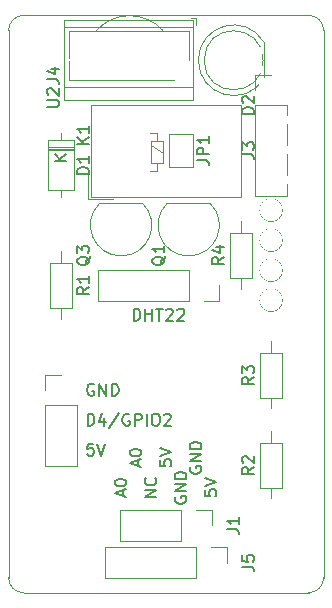
<source format=gbr>
%TF.GenerationSoftware,KiCad,Pcbnew,5.1.5+dfsg1-2~bpo10+1*%
%TF.CreationDate,2020-10-04T09:46:05+00:00*%
%TF.ProjectId,PIS,5049532e-6b69-4636-9164-5f7063625858,rev?*%
%TF.SameCoordinates,Original*%
%TF.FileFunction,Legend,Top*%
%TF.FilePolarity,Positive*%
%FSLAX45Y45*%
G04 Gerber Fmt 4.5, Leading zero omitted, Abs format (unit mm)*
G04 Created by KiCad (PCBNEW 5.1.5+dfsg1-2~bpo10+1) date 2020-10-04 09:46:05*
%MOMM*%
%LPD*%
G04 APERTURE LIST*
%ADD10C,0.150000*%
%ADD11C,0.120000*%
%ADD12R,1.900000X1.400000*%
%ADD13C,2.500000*%
%ADD14R,2.500000X2.500000*%
%ADD15C,1.800000*%
%ADD16O,2.100000X2.100000*%
%ADD17R,2.100000X2.100000*%
%ADD18O,1.400000X1.400000*%
%ADD19R,1.400000X1.400000*%
%ADD20C,1.900000*%
%ADD21O,1.800000X1.800000*%
%ADD22C,2.200000*%
%ADD23R,2.200000X2.200000*%
%ADD24R,1.450000X1.900000*%
%ADD25O,1.450000X1.900000*%
%ADD26O,2.000000X2.000000*%
%ADD27R,2.000000X2.000000*%
%ADD28C,2.400000*%
%ADD29R,2.400000X2.400000*%
%ADD30C,3.600000*%
%ADD31C,2.432000*%
%ADD32R,2.432000X2.432000*%
G04 APERTURE END LIST*
D10*
X478059Y-2839238D02*
X478059Y-2739238D01*
X501869Y-2739238D01*
X516155Y-2744000D01*
X525679Y-2753524D01*
X530440Y-2763048D01*
X535202Y-2782095D01*
X535202Y-2796381D01*
X530440Y-2815428D01*
X525679Y-2824952D01*
X516155Y-2834476D01*
X501869Y-2839238D01*
X478059Y-2839238D01*
X620917Y-2772571D02*
X620917Y-2839238D01*
X597107Y-2734476D02*
X573298Y-2805905D01*
X635202Y-2805905D01*
X744726Y-2734476D02*
X659012Y-2863048D01*
X830440Y-2744000D02*
X820917Y-2739238D01*
X806631Y-2739238D01*
X792345Y-2744000D01*
X782821Y-2753524D01*
X778059Y-2763048D01*
X773298Y-2782095D01*
X773298Y-2796381D01*
X778059Y-2815428D01*
X782821Y-2824952D01*
X792345Y-2834476D01*
X806631Y-2839238D01*
X816155Y-2839238D01*
X830440Y-2834476D01*
X835202Y-2829714D01*
X835202Y-2796381D01*
X816155Y-2796381D01*
X878059Y-2839238D02*
X878059Y-2739238D01*
X916155Y-2739238D01*
X925678Y-2744000D01*
X930440Y-2748762D01*
X935202Y-2758286D01*
X935202Y-2772571D01*
X930440Y-2782095D01*
X925678Y-2786857D01*
X916155Y-2791619D01*
X878059Y-2791619D01*
X978059Y-2839238D02*
X978059Y-2739238D01*
X1044726Y-2739238D02*
X1063774Y-2739238D01*
X1073298Y-2744000D01*
X1082821Y-2753524D01*
X1087583Y-2772571D01*
X1087583Y-2805905D01*
X1082821Y-2824952D01*
X1073298Y-2834476D01*
X1063774Y-2839238D01*
X1044726Y-2839238D01*
X1035202Y-2834476D01*
X1025678Y-2824952D01*
X1020917Y-2805905D01*
X1020917Y-2772571D01*
X1025678Y-2753524D01*
X1035202Y-2744000D01*
X1044726Y-2739238D01*
X1125679Y-2748762D02*
X1130440Y-2744000D01*
X1139964Y-2739238D01*
X1163774Y-2739238D01*
X1173298Y-2744000D01*
X1178060Y-2748762D01*
X1182821Y-2758286D01*
X1182821Y-2767810D01*
X1178060Y-2782095D01*
X1120917Y-2839238D01*
X1182821Y-2839238D01*
X525679Y-2993238D02*
X478059Y-2993238D01*
X473298Y-3040857D01*
X478059Y-3036095D01*
X487583Y-3031333D01*
X511393Y-3031333D01*
X520917Y-3036095D01*
X525679Y-3040857D01*
X530440Y-3050381D01*
X530440Y-3074190D01*
X525679Y-3083714D01*
X520917Y-3088476D01*
X511393Y-3093238D01*
X487583Y-3093238D01*
X478059Y-3088476D01*
X473298Y-3083714D01*
X559012Y-2993238D02*
X592345Y-3093238D01*
X625679Y-2993238D01*
X530440Y-2490000D02*
X520917Y-2485238D01*
X506631Y-2485238D01*
X492345Y-2490000D01*
X482821Y-2499524D01*
X478059Y-2509048D01*
X473298Y-2528095D01*
X473298Y-2542381D01*
X478059Y-2561429D01*
X482821Y-2570952D01*
X492345Y-2580476D01*
X506631Y-2585238D01*
X516155Y-2585238D01*
X530440Y-2580476D01*
X535202Y-2575714D01*
X535202Y-2542381D01*
X516155Y-2542381D01*
X578060Y-2585238D02*
X578060Y-2485238D01*
X635202Y-2585238D01*
X635202Y-2485238D01*
X682821Y-2585238D02*
X682821Y-2485238D01*
X706631Y-2485238D01*
X720917Y-2490000D01*
X730440Y-2499524D01*
X735202Y-2509048D01*
X739964Y-2528095D01*
X739964Y-2542381D01*
X735202Y-2561429D01*
X730440Y-2570952D01*
X720917Y-2580476D01*
X706631Y-2585238D01*
X682821Y-2585238D01*
X905667Y-3182928D02*
X905667Y-3135309D01*
X934238Y-3192452D02*
X834238Y-3159119D01*
X934238Y-3125786D01*
X834238Y-3073405D02*
X834238Y-3063881D01*
X839000Y-3054357D01*
X843762Y-3049595D01*
X853286Y-3044833D01*
X872333Y-3040071D01*
X896143Y-3040071D01*
X915190Y-3044833D01*
X924714Y-3049595D01*
X929476Y-3054357D01*
X934238Y-3063881D01*
X934238Y-3073405D01*
X929476Y-3082928D01*
X924714Y-3087690D01*
X915190Y-3092452D01*
X896143Y-3097214D01*
X872333Y-3097214D01*
X853286Y-3092452D01*
X843762Y-3087690D01*
X839000Y-3082928D01*
X834238Y-3073405D01*
X1469238Y-3384548D02*
X1469238Y-3432167D01*
X1516857Y-3436928D01*
X1512095Y-3432167D01*
X1507333Y-3422643D01*
X1507333Y-3398833D01*
X1512095Y-3389309D01*
X1516857Y-3384548D01*
X1526381Y-3379786D01*
X1550190Y-3379786D01*
X1559714Y-3384548D01*
X1564476Y-3389309D01*
X1569238Y-3398833D01*
X1569238Y-3422643D01*
X1564476Y-3432167D01*
X1559714Y-3436928D01*
X1469238Y-3351214D02*
X1569238Y-3317881D01*
X1469238Y-3284548D01*
X1220000Y-3441690D02*
X1215238Y-3451214D01*
X1215238Y-3465500D01*
X1220000Y-3479786D01*
X1229524Y-3489309D01*
X1239048Y-3494071D01*
X1258095Y-3498833D01*
X1272381Y-3498833D01*
X1291429Y-3494071D01*
X1300952Y-3489309D01*
X1310476Y-3479786D01*
X1315238Y-3465500D01*
X1315238Y-3455976D01*
X1310476Y-3441690D01*
X1305714Y-3436928D01*
X1272381Y-3436928D01*
X1272381Y-3455976D01*
X1315238Y-3394071D02*
X1215238Y-3394071D01*
X1315238Y-3336928D01*
X1215238Y-3336928D01*
X1315238Y-3289309D02*
X1215238Y-3289309D01*
X1215238Y-3265500D01*
X1220000Y-3251214D01*
X1229524Y-3241690D01*
X1239048Y-3236928D01*
X1258095Y-3232167D01*
X1272381Y-3232167D01*
X1291429Y-3236928D01*
X1300952Y-3241690D01*
X1310476Y-3251214D01*
X1315238Y-3265500D01*
X1315238Y-3289309D01*
X778667Y-3436928D02*
X778667Y-3389309D01*
X807238Y-3446452D02*
X707238Y-3413119D01*
X807238Y-3379786D01*
X707238Y-3327405D02*
X707238Y-3317881D01*
X712000Y-3308357D01*
X716762Y-3303595D01*
X726286Y-3298833D01*
X745333Y-3294071D01*
X769143Y-3294071D01*
X788190Y-3298833D01*
X797714Y-3303595D01*
X802476Y-3308357D01*
X807238Y-3317881D01*
X807238Y-3327405D01*
X802476Y-3336928D01*
X797714Y-3341690D01*
X788190Y-3346452D01*
X769143Y-3351214D01*
X745333Y-3351214D01*
X726286Y-3346452D01*
X716762Y-3341690D01*
X712000Y-3336928D01*
X707238Y-3327405D01*
X1061238Y-3444071D02*
X961238Y-3444071D01*
X1061238Y-3386928D01*
X961238Y-3386928D01*
X1051714Y-3282167D02*
X1056476Y-3286928D01*
X1061238Y-3301214D01*
X1061238Y-3310738D01*
X1056476Y-3325024D01*
X1046952Y-3334548D01*
X1037428Y-3339309D01*
X1018381Y-3344071D01*
X1004095Y-3344071D01*
X985048Y-3339309D01*
X975524Y-3334548D01*
X966000Y-3325024D01*
X961238Y-3310738D01*
X961238Y-3301214D01*
X966000Y-3286928D01*
X970762Y-3282167D01*
X1347000Y-3187690D02*
X1342238Y-3197214D01*
X1342238Y-3211500D01*
X1347000Y-3225786D01*
X1356524Y-3235309D01*
X1366048Y-3240071D01*
X1385095Y-3244833D01*
X1399381Y-3244833D01*
X1418428Y-3240071D01*
X1427952Y-3235309D01*
X1437476Y-3225786D01*
X1442238Y-3211500D01*
X1442238Y-3201976D01*
X1437476Y-3187690D01*
X1432714Y-3182928D01*
X1399381Y-3182928D01*
X1399381Y-3201976D01*
X1442238Y-3140071D02*
X1342238Y-3140071D01*
X1442238Y-3082928D01*
X1342238Y-3082928D01*
X1442238Y-3035309D02*
X1342238Y-3035309D01*
X1342238Y-3011500D01*
X1347000Y-2997214D01*
X1356524Y-2987690D01*
X1366048Y-2982928D01*
X1385095Y-2978167D01*
X1399381Y-2978167D01*
X1418428Y-2982928D01*
X1427952Y-2987690D01*
X1437476Y-2997214D01*
X1442238Y-3011500D01*
X1442238Y-3035309D01*
X1088238Y-3130548D02*
X1088238Y-3178167D01*
X1135857Y-3182928D01*
X1131095Y-3178167D01*
X1126333Y-3168643D01*
X1126333Y-3144833D01*
X1131095Y-3135309D01*
X1135857Y-3130548D01*
X1145381Y-3125786D01*
X1169190Y-3125786D01*
X1178714Y-3130548D01*
X1183476Y-3135309D01*
X1188238Y-3144833D01*
X1188238Y-3168643D01*
X1183476Y-3178167D01*
X1178714Y-3182928D01*
X1088238Y-3097214D02*
X1188238Y-3063881D01*
X1088238Y-3030548D01*
X867595Y-1950238D02*
X867595Y-1850238D01*
X891405Y-1850238D01*
X905690Y-1855000D01*
X915214Y-1864524D01*
X919976Y-1874048D01*
X924738Y-1893095D01*
X924738Y-1907381D01*
X919976Y-1926428D01*
X915214Y-1935952D01*
X905690Y-1945476D01*
X891405Y-1950238D01*
X867595Y-1950238D01*
X967595Y-1950238D02*
X967595Y-1850238D01*
X967595Y-1897857D02*
X1024738Y-1897857D01*
X1024738Y-1950238D02*
X1024738Y-1850238D01*
X1058071Y-1850238D02*
X1115214Y-1850238D01*
X1086643Y-1950238D02*
X1086643Y-1850238D01*
X1143786Y-1859762D02*
X1148548Y-1855000D01*
X1158071Y-1850238D01*
X1181881Y-1850238D01*
X1191405Y-1855000D01*
X1196167Y-1859762D01*
X1200929Y-1869286D01*
X1200929Y-1878809D01*
X1196167Y-1893095D01*
X1139024Y-1950238D01*
X1200929Y-1950238D01*
X1239024Y-1859762D02*
X1243786Y-1855000D01*
X1253310Y-1850238D01*
X1277119Y-1850238D01*
X1286643Y-1855000D01*
X1291405Y-1859762D01*
X1296167Y-1869286D01*
X1296167Y-1878809D01*
X1291405Y-1893095D01*
X1234262Y-1950238D01*
X1296167Y-1950238D01*
D11*
X-190500Y507511D02*
G75*
G02X-63500Y634511I127000J0D01*
G01*
X2476500Y-4127500D02*
G75*
G02X2349500Y-4254500I-127000J0D01*
G01*
X2349500Y634511D02*
G75*
G02X2476500Y507511I0J-127000D01*
G01*
X-63500Y-4254989D02*
G75*
G02X-190500Y-4127989I0J127000D01*
G01*
X2476500Y-4127500D02*
X2476500Y508000D01*
X-63500Y-4254500D02*
X2349500Y-4254500D01*
X-190500Y508000D02*
X-190500Y-4127500D01*
X2349500Y634511D02*
X-63500Y634511D01*
X1170000Y-648000D02*
X1170000Y-368000D01*
X1170000Y-368000D02*
X1370000Y-368000D01*
X1370000Y-368000D02*
X1370000Y-648000D01*
X1370000Y-648000D02*
X1170000Y-648000D01*
X1392500Y615000D02*
X1352500Y615000D01*
X1392500Y551000D02*
X1392500Y615000D01*
X282400Y-83000D02*
X282400Y591000D01*
X1368500Y-83000D02*
X1368500Y591000D01*
X1368500Y591000D02*
X282400Y591000D01*
X1368500Y-83000D02*
X282400Y-83000D01*
X1368500Y29000D02*
X282400Y29000D01*
X1368500Y539000D02*
X282400Y539000D01*
X1117126Y504423D02*
G75*
G03X551500Y504000I-282626J-250423D01*
G01*
X1336500Y504000D02*
X1116500Y504000D01*
X1336500Y254000D02*
X1336500Y504000D01*
X316500Y84000D02*
X1206500Y84000D01*
X316500Y504000D02*
X316500Y84000D01*
X556500Y504000D02*
X316500Y504000D01*
X1116500Y504000D02*
X546500Y504000D01*
X1657000Y-3867500D02*
X1657000Y-4000500D01*
X1524000Y-3867500D02*
X1657000Y-3867500D01*
X1397000Y-3867500D02*
X1397000Y-4133500D01*
X1397000Y-4133500D02*
X629000Y-4133500D01*
X1397000Y-3867500D02*
X629000Y-3867500D01*
X629000Y-3867500D02*
X629000Y-4133500D01*
X1593500Y-1651000D02*
X1593500Y-1784000D01*
X1593500Y-1784000D02*
X1460500Y-1784000D01*
X1333500Y-1784000D02*
X565500Y-1784000D01*
X565500Y-1518000D02*
X565500Y-1784000D01*
X1333500Y-1518000D02*
X565500Y-1518000D01*
X1333500Y-1518000D02*
X1333500Y-1784000D01*
X2127000Y-1016000D02*
G75*
G03X2127000Y-1016000I-95000J0D01*
G01*
X2127000Y-1270000D02*
G75*
G03X2127000Y-1270000I-95000J0D01*
G01*
X2127000Y-1524000D02*
G75*
G03X2127000Y-1524000I-95000J0D01*
G01*
X2127000Y-1778000D02*
G75*
G03X2127000Y-1778000I-95000J0D01*
G01*
X1778000Y-1110000D02*
X1778000Y-1205000D01*
X1778000Y-1684000D02*
X1778000Y-1589000D01*
X1686000Y-1205000D02*
X1686000Y-1589000D01*
X1870000Y-1205000D02*
X1686000Y-1205000D01*
X1870000Y-1589000D02*
X1870000Y-1205000D01*
X1686000Y-1589000D02*
X1870000Y-1589000D01*
X1970500Y99500D02*
X1970500Y408500D01*
X1964500Y254000D02*
G75*
G03X1964500Y254000I-250000J0D01*
G01*
X1415500Y253954D02*
G75*
G02X1970500Y408483I299000J46D01*
G01*
X1415500Y254046D02*
G75*
G03X1970500Y99517I299000J-46D01*
G01*
X1149652Y-959152D02*
G75*
G03X1333500Y-1403000I183848J-183848D01*
G01*
X1517348Y-959152D02*
G75*
G02X1333500Y-1403000I-183848J-183848D01*
G01*
X1513500Y-958000D02*
X1153500Y-958000D01*
X366000Y-483000D02*
X142000Y-483000D01*
X366000Y-507000D02*
X142000Y-507000D01*
X366000Y-495000D02*
X142000Y-495000D01*
X254000Y-912000D02*
X254000Y-847000D01*
X254000Y-358000D02*
X254000Y-423000D01*
X366000Y-847000D02*
X366000Y-423000D01*
X142000Y-847000D02*
X366000Y-847000D01*
X142000Y-423000D02*
X142000Y-847000D01*
X366000Y-423000D02*
X142000Y-423000D01*
X485000Y-922000D02*
X485000Y-702000D01*
X695000Y-922000D02*
X485000Y-922000D01*
X1775000Y-902000D02*
X505000Y-902000D01*
X1775000Y-122000D02*
X1775000Y-902000D01*
X505000Y-122000D02*
X1775000Y-122000D01*
X505000Y-902000D02*
X505000Y-122000D01*
X1016000Y-467400D02*
X1117600Y-530900D01*
X1003300Y-685800D02*
X1066800Y-685800D01*
X1066800Y-685800D02*
X1066800Y-619800D01*
X1003300Y-365800D02*
X1066800Y-365800D01*
X1066800Y-365800D02*
X1066800Y-429300D01*
X1016000Y-429300D02*
X1016000Y-619800D01*
X1016000Y-619800D02*
X1117600Y-619800D01*
X1117600Y-619800D02*
X1117600Y-429300D01*
X1016000Y-429300D02*
X1117600Y-429300D01*
X2032000Y-2700000D02*
X2032000Y-2605000D01*
X2032000Y-2126000D02*
X2032000Y-2221000D01*
X2124000Y-2605000D02*
X2124000Y-2221000D01*
X1940000Y-2605000D02*
X2124000Y-2605000D01*
X1940000Y-2221000D02*
X1940000Y-2605000D01*
X2124000Y-2221000D02*
X1940000Y-2221000D01*
X2032000Y-3462000D02*
X2032000Y-3367000D01*
X2032000Y-2888000D02*
X2032000Y-2983000D01*
X2124000Y-3367000D02*
X2124000Y-2983000D01*
X1940000Y-3367000D02*
X2124000Y-3367000D01*
X1940000Y-2983000D02*
X1940000Y-3367000D01*
X2124000Y-2983000D02*
X1940000Y-2983000D01*
X578152Y-959152D02*
G75*
G03X762000Y-1403000I183848J-183848D01*
G01*
X945848Y-959152D02*
G75*
G02X762000Y-1403000I-183848J-183848D01*
G01*
X942000Y-958000D02*
X582000Y-958000D01*
X121000Y-2407000D02*
X254000Y-2407000D01*
X121000Y-2540000D02*
X121000Y-2407000D01*
X121000Y-2667000D02*
X387000Y-2667000D01*
X387000Y-2667000D02*
X387000Y-3181000D01*
X121000Y-2667000D02*
X121000Y-3181000D01*
X121000Y-3181000D02*
X387000Y-3181000D01*
X1530000Y-3550000D02*
X1530000Y-3683000D01*
X1397000Y-3550000D02*
X1530000Y-3550000D01*
X1270000Y-3550000D02*
X1270000Y-3816000D01*
X1270000Y-3816000D02*
X756000Y-3816000D01*
X1270000Y-3550000D02*
X756000Y-3550000D01*
X756000Y-3550000D02*
X756000Y-3816000D01*
X254000Y-1364000D02*
X254000Y-1459000D01*
X254000Y-1938000D02*
X254000Y-1843000D01*
X162000Y-1459000D02*
X162000Y-1843000D01*
X346000Y-1459000D02*
X162000Y-1459000D01*
X346000Y-1843000D02*
X346000Y-1459000D01*
X162000Y-1843000D02*
X346000Y-1843000D01*
X1899000Y133000D02*
X2032000Y133000D01*
X1899000Y0D02*
X1899000Y133000D01*
X1899000Y-127000D02*
X2165000Y-127000D01*
X2165000Y-127000D02*
X2165000Y-895000D01*
X1899000Y-127000D02*
X1899000Y-895000D01*
X1899000Y-895000D02*
X2165000Y-895000D01*
D10*
X1405738Y-591333D02*
X1477167Y-591333D01*
X1491452Y-596095D01*
X1500976Y-605619D01*
X1505738Y-619905D01*
X1505738Y-629429D01*
X1505738Y-543714D02*
X1405738Y-543714D01*
X1405738Y-505619D01*
X1410500Y-496095D01*
X1415262Y-491333D01*
X1424786Y-486571D01*
X1439071Y-486571D01*
X1448595Y-491333D01*
X1453357Y-496095D01*
X1458119Y-505619D01*
X1458119Y-543714D01*
X1505738Y-391333D02*
X1505738Y-448476D01*
X1505738Y-419905D02*
X1405738Y-419905D01*
X1420024Y-429428D01*
X1429548Y-438952D01*
X1434309Y-448476D01*
X135738Y93667D02*
X207167Y93667D01*
X221452Y88905D01*
X230976Y79381D01*
X235738Y65095D01*
X235738Y55571D01*
X169071Y184143D02*
X235738Y184143D01*
X130976Y160333D02*
X202405Y136524D01*
X202405Y198429D01*
X135738Y-139690D02*
X216690Y-139690D01*
X226214Y-134929D01*
X230976Y-130167D01*
X235738Y-120643D01*
X235738Y-101595D01*
X230976Y-92071D01*
X226214Y-87310D01*
X216690Y-82548D01*
X135738Y-82548D01*
X145262Y-39690D02*
X140500Y-34929D01*
X135738Y-25405D01*
X135738Y-1595D01*
X140500Y7929D01*
X145262Y12690D01*
X154786Y17452D01*
X164310Y17452D01*
X178595Y12690D01*
X235738Y-44452D01*
X235738Y17452D01*
X1786738Y-4033833D02*
X1858167Y-4033833D01*
X1872452Y-4038595D01*
X1881976Y-4048119D01*
X1886738Y-4062405D01*
X1886738Y-4071928D01*
X1786738Y-3938595D02*
X1786738Y-3986214D01*
X1834357Y-3990976D01*
X1829595Y-3986214D01*
X1824833Y-3976690D01*
X1824833Y-3952881D01*
X1829595Y-3943357D01*
X1834357Y-3938595D01*
X1843881Y-3933833D01*
X1867690Y-3933833D01*
X1877214Y-3938595D01*
X1881976Y-3943357D01*
X1886738Y-3952881D01*
X1886738Y-3976690D01*
X1881976Y-3986214D01*
X1877214Y-3990976D01*
X1632738Y-1413667D02*
X1585119Y-1447000D01*
X1632738Y-1470809D02*
X1532738Y-1470809D01*
X1532738Y-1432714D01*
X1537500Y-1423190D01*
X1542262Y-1418428D01*
X1551786Y-1413667D01*
X1566071Y-1413667D01*
X1575595Y-1418428D01*
X1580357Y-1423190D01*
X1585119Y-1432714D01*
X1585119Y-1470809D01*
X1566071Y-1327952D02*
X1632738Y-1327952D01*
X1527976Y-1351762D02*
X1599405Y-1375571D01*
X1599405Y-1313667D01*
X1886738Y-200809D02*
X1786738Y-200809D01*
X1786738Y-177000D01*
X1791500Y-162714D01*
X1801024Y-153190D01*
X1810548Y-148429D01*
X1829595Y-143667D01*
X1843881Y-143667D01*
X1862928Y-148429D01*
X1872452Y-153190D01*
X1881976Y-162714D01*
X1886738Y-177000D01*
X1886738Y-200809D01*
X1796262Y-105571D02*
X1791500Y-100809D01*
X1786738Y-91286D01*
X1786738Y-67476D01*
X1791500Y-57952D01*
X1796262Y-53190D01*
X1805786Y-48428D01*
X1815309Y-48428D01*
X1829595Y-53190D01*
X1886738Y-110333D01*
X1886738Y-48428D01*
X1134262Y-1406524D02*
X1129500Y-1416048D01*
X1119976Y-1425571D01*
X1105690Y-1439857D01*
X1100929Y-1449381D01*
X1100929Y-1458905D01*
X1124738Y-1454143D02*
X1119976Y-1463667D01*
X1110452Y-1473190D01*
X1091405Y-1477952D01*
X1058071Y-1477952D01*
X1039024Y-1473190D01*
X1029500Y-1463667D01*
X1024738Y-1454143D01*
X1024738Y-1435095D01*
X1029500Y-1425571D01*
X1039024Y-1416048D01*
X1058071Y-1411286D01*
X1091405Y-1411286D01*
X1110452Y-1416048D01*
X1119976Y-1425571D01*
X1124738Y-1435095D01*
X1124738Y-1454143D01*
X1124738Y-1316048D02*
X1124738Y-1373190D01*
X1124738Y-1344619D02*
X1024738Y-1344619D01*
X1039024Y-1354143D01*
X1048548Y-1363667D01*
X1053310Y-1373190D01*
X489738Y-708809D02*
X389738Y-708809D01*
X389738Y-685000D01*
X394500Y-670714D01*
X404024Y-661190D01*
X413548Y-656429D01*
X432595Y-651667D01*
X446881Y-651667D01*
X465928Y-656429D01*
X475452Y-661190D01*
X484976Y-670714D01*
X489738Y-685000D01*
X489738Y-708809D01*
X489738Y-556429D02*
X489738Y-613571D01*
X489738Y-585000D02*
X389738Y-585000D01*
X404024Y-594524D01*
X413548Y-604048D01*
X418309Y-613571D01*
X299238Y-597690D02*
X199238Y-597690D01*
X299238Y-540548D02*
X242095Y-583405D01*
X199238Y-540548D02*
X256381Y-597690D01*
X489738Y-454809D02*
X389738Y-454809D01*
X489738Y-397667D02*
X432595Y-440524D01*
X389738Y-397667D02*
X446881Y-454809D01*
X489738Y-302429D02*
X489738Y-359571D01*
X489738Y-331000D02*
X389738Y-331000D01*
X404024Y-340524D01*
X413548Y-350048D01*
X418309Y-359571D01*
X1886738Y-2429667D02*
X1839119Y-2463000D01*
X1886738Y-2486810D02*
X1786738Y-2486810D01*
X1786738Y-2448714D01*
X1791500Y-2439190D01*
X1796262Y-2434429D01*
X1805786Y-2429667D01*
X1820071Y-2429667D01*
X1829595Y-2434429D01*
X1834357Y-2439190D01*
X1839119Y-2448714D01*
X1839119Y-2486810D01*
X1786738Y-2396333D02*
X1786738Y-2334429D01*
X1824833Y-2367762D01*
X1824833Y-2353476D01*
X1829595Y-2343952D01*
X1834357Y-2339190D01*
X1843881Y-2334429D01*
X1867690Y-2334429D01*
X1877214Y-2339190D01*
X1881976Y-2343952D01*
X1886738Y-2353476D01*
X1886738Y-2382048D01*
X1881976Y-2391571D01*
X1877214Y-2396333D01*
X1886738Y-3191667D02*
X1839119Y-3225000D01*
X1886738Y-3248809D02*
X1786738Y-3248809D01*
X1786738Y-3210714D01*
X1791500Y-3201190D01*
X1796262Y-3196428D01*
X1805786Y-3191667D01*
X1820071Y-3191667D01*
X1829595Y-3196428D01*
X1834357Y-3201190D01*
X1839119Y-3210714D01*
X1839119Y-3248809D01*
X1796262Y-3153571D02*
X1791500Y-3148809D01*
X1786738Y-3139286D01*
X1786738Y-3115476D01*
X1791500Y-3105952D01*
X1796262Y-3101190D01*
X1805786Y-3096428D01*
X1815309Y-3096428D01*
X1829595Y-3101190D01*
X1886738Y-3158333D01*
X1886738Y-3096428D01*
X499262Y-1406524D02*
X494500Y-1416048D01*
X484976Y-1425571D01*
X470690Y-1439857D01*
X465928Y-1449381D01*
X465928Y-1458905D01*
X489738Y-1454143D02*
X484976Y-1463667D01*
X475452Y-1473190D01*
X456405Y-1477952D01*
X423071Y-1477952D01*
X404024Y-1473190D01*
X394500Y-1463667D01*
X389738Y-1454143D01*
X389738Y-1435095D01*
X394500Y-1425571D01*
X404024Y-1416048D01*
X423071Y-1411286D01*
X456405Y-1411286D01*
X475452Y-1416048D01*
X484976Y-1425571D01*
X489738Y-1435095D01*
X489738Y-1454143D01*
X389738Y-1377952D02*
X389738Y-1316048D01*
X427833Y-1349381D01*
X427833Y-1335095D01*
X432595Y-1325571D01*
X437357Y-1320810D01*
X446881Y-1316048D01*
X470690Y-1316048D01*
X480214Y-1320810D01*
X484976Y-1325571D01*
X489738Y-1335095D01*
X489738Y-1363667D01*
X484976Y-1373190D01*
X480214Y-1377952D01*
X1659738Y-3716333D02*
X1731167Y-3716333D01*
X1745452Y-3721095D01*
X1754976Y-3730619D01*
X1759738Y-3744905D01*
X1759738Y-3754428D01*
X1759738Y-3616333D02*
X1759738Y-3673476D01*
X1759738Y-3644905D02*
X1659738Y-3644905D01*
X1674024Y-3654428D01*
X1683548Y-3663952D01*
X1688309Y-3673476D01*
X489738Y-1667667D02*
X442119Y-1701000D01*
X489738Y-1724809D02*
X389738Y-1724809D01*
X389738Y-1686714D01*
X394500Y-1677190D01*
X399262Y-1672428D01*
X408786Y-1667667D01*
X423071Y-1667667D01*
X432595Y-1672428D01*
X437357Y-1677190D01*
X442119Y-1686714D01*
X442119Y-1724809D01*
X489738Y-1572428D02*
X489738Y-1629571D01*
X489738Y-1601000D02*
X389738Y-1601000D01*
X404024Y-1610524D01*
X413548Y-1620048D01*
X418309Y-1629571D01*
X1786738Y-541333D02*
X1858167Y-541333D01*
X1872452Y-546095D01*
X1881976Y-555619D01*
X1886738Y-569905D01*
X1886738Y-579429D01*
X1786738Y-503238D02*
X1786738Y-441333D01*
X1824833Y-474667D01*
X1824833Y-460381D01*
X1829595Y-450857D01*
X1834357Y-446095D01*
X1843881Y-441333D01*
X1867690Y-441333D01*
X1877214Y-446095D01*
X1881976Y-450857D01*
X1886738Y-460381D01*
X1886738Y-488952D01*
X1881976Y-498476D01*
X1877214Y-503238D01*
%LPC*%
D12*
X1270000Y-573000D03*
X1270000Y-443000D03*
D13*
X444500Y254000D03*
X698500Y254000D03*
X952500Y254000D03*
D14*
X1206500Y254000D03*
D15*
X444500Y254000D03*
X952500Y254000D03*
D10*
G36*
X1267601Y343846D02*
G01*
X1270711Y343384D01*
X1273761Y342620D01*
X1276721Y341561D01*
X1279564Y340217D01*
X1282261Y338600D01*
X1284786Y336727D01*
X1287116Y334616D01*
X1289227Y332286D01*
X1291100Y329761D01*
X1292717Y327064D01*
X1294061Y324221D01*
X1295120Y321261D01*
X1295884Y318211D01*
X1296346Y315101D01*
X1296500Y311960D01*
X1296500Y196040D01*
X1296346Y192899D01*
X1295884Y189789D01*
X1295120Y186739D01*
X1294061Y183779D01*
X1292717Y180936D01*
X1291100Y178239D01*
X1289227Y175714D01*
X1287116Y173384D01*
X1284786Y171273D01*
X1282261Y169400D01*
X1279564Y167783D01*
X1276721Y166439D01*
X1273761Y165380D01*
X1270711Y164616D01*
X1267601Y164154D01*
X1264460Y164000D01*
X1148540Y164000D01*
X1145400Y164154D01*
X1142289Y164616D01*
X1139239Y165380D01*
X1136279Y166439D01*
X1133436Y167783D01*
X1130740Y169400D01*
X1128214Y171273D01*
X1125884Y173384D01*
X1123773Y175714D01*
X1121900Y178239D01*
X1120283Y180936D01*
X1118939Y183779D01*
X1117880Y186739D01*
X1117116Y189789D01*
X1116654Y192899D01*
X1116500Y196040D01*
X1116500Y311960D01*
X1116654Y315101D01*
X1117116Y318211D01*
X1117880Y321261D01*
X1118939Y324221D01*
X1120283Y327064D01*
X1121900Y329761D01*
X1123773Y332286D01*
X1125884Y334616D01*
X1128214Y336727D01*
X1130740Y338600D01*
X1133436Y340217D01*
X1136279Y341561D01*
X1139239Y342620D01*
X1142289Y343384D01*
X1145400Y343846D01*
X1148540Y344000D01*
X1264460Y344000D01*
X1267601Y343846D01*
G37*
D16*
X762000Y-4000500D03*
X1016000Y-4000500D03*
X1270000Y-4000500D03*
D17*
X1524000Y-4000500D03*
D18*
X698500Y-1651000D03*
X952500Y-1651000D03*
X1206500Y-1651000D03*
D19*
X1460500Y-1651000D03*
D20*
X2032000Y-1016000D03*
X2032000Y-1270000D03*
X2032000Y-1524000D03*
X2032000Y-1778000D03*
D21*
X1778000Y-1016000D03*
D15*
X1778000Y-1778000D03*
D22*
X1587500Y254000D03*
D23*
X1841500Y254000D03*
D24*
X1460500Y-1143000D03*
D25*
X1206500Y-1143000D03*
X1333500Y-1143000D03*
D26*
X254000Y-1016000D03*
D27*
X254000Y-254000D03*
D28*
X635000Y-254000D03*
X889000Y-254000D03*
D29*
X635000Y-762000D03*
D28*
X889000Y-762000D03*
X1651000Y-254000D03*
X1651000Y-762000D03*
D21*
X2032000Y-2794000D03*
D15*
X2032000Y-2032000D03*
D21*
X2032000Y-3556000D03*
D15*
X2032000Y-2794000D03*
D24*
X889000Y-1143000D03*
D25*
X635000Y-1143000D03*
X762000Y-1143000D03*
D16*
X254000Y-3048000D03*
X254000Y-2794000D03*
D17*
X254000Y-2540000D03*
D30*
X75000Y-3981000D03*
X2200000Y-3981000D03*
X2200000Y382000D03*
X80000Y382000D03*
D31*
X2286000Y-3302000D03*
X2286000Y-2794000D03*
X2286000Y-3048000D03*
X2286000Y-1016000D03*
X2286000Y-1270000D03*
X2286000Y-1778000D03*
X2286000Y-1524000D03*
X2286000Y0D03*
X2286000Y-2032000D03*
X2286000Y-2540000D03*
X2286000Y-2286000D03*
X2286000Y-762000D03*
X2286000Y-254000D03*
X2286000Y-508000D03*
X2286000Y-3556000D03*
X0Y0D03*
X0Y-254000D03*
X0Y-508000D03*
X0Y-762000D03*
X0Y-1016000D03*
X0Y-1270000D03*
X0Y-1524000D03*
X0Y-1778000D03*
X0Y-2032000D03*
X0Y-2286000D03*
X0Y-2540000D03*
X0Y-2794000D03*
X0Y-3048000D03*
X0Y-3302000D03*
D32*
X0Y-3556000D03*
D16*
X889000Y-3683000D03*
X1143000Y-3683000D03*
D17*
X1397000Y-3683000D03*
D21*
X254000Y-1270000D03*
D15*
X254000Y-2032000D03*
D16*
X2032000Y-762000D03*
X2032000Y-508000D03*
X2032000Y-254000D03*
D17*
X2032000Y0D03*
M02*

</source>
